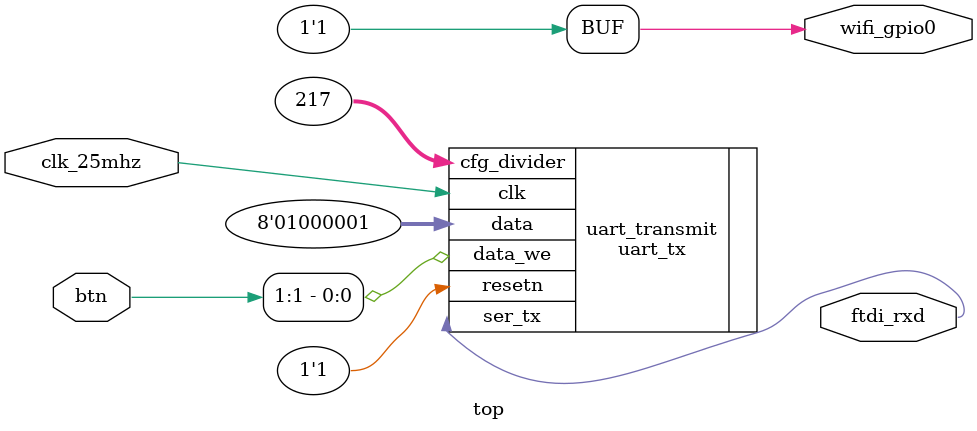
<source format=v>
module top (
  input  clk_25mhz,
  output ftdi_rxd,
  input [6:0] btn,
  output wifi_gpio0);   

  uart_tx uart_transmit(
    .clk(clk_25mhz),
    .resetn(1'b1),
    .ser_tx(ftdi_rxd),
    .cfg_divider(25000000/115200),
    .data(8'd65),
    .data_we(btn[1])
  );

  assign wifi_gpio0 = 1'b1;

endmodule
</source>
